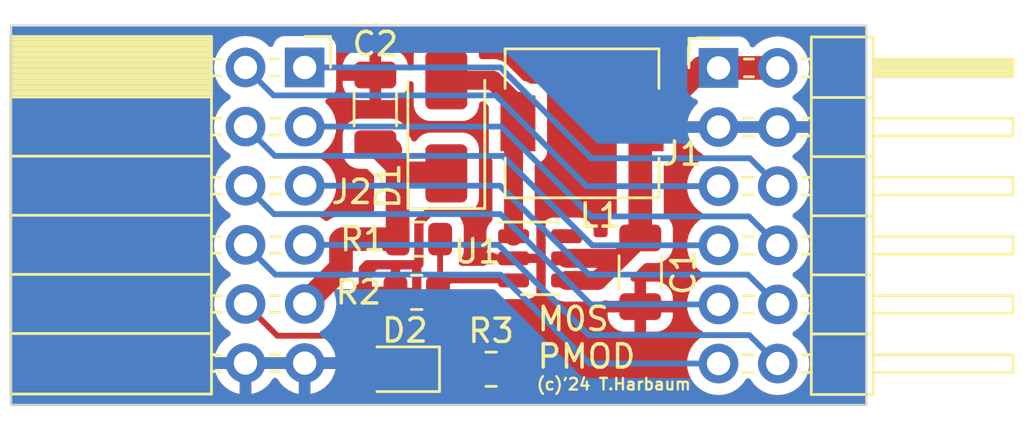
<source format=kicad_pcb>
(kicad_pcb (version 20221018) (generator pcbnew)
  (layers (0 "F.Cu" signal) (31 "B.Cu" signal) (34 "B.Paste" user) (35 "F.Paste" user) (36 "B.SilkS" user "B.Silkscreen") (37 "F.SilkS" user "F.Silkscreen") (38 "B.Mask" user) (39 "F.Mask" user) (44 "Edge.Cuts" user))
  (net 0 "")
  (net 1 "GND")
  (net 2 "+3.3V")
  (net 3 "Net-(D1-A)")
  (net 4 "/IO16")
  (net 5 "/IO17")
  (net 6 "/IO14")
  (net 7 "/IO15")
  (net 8 "/IO12")
  (net 9 "/IO13")
  (net 10 "/IO10")
  (net 11 "/IO11")
  (net 12 "+5V")
  (net 13 "Net-(D2-K)")
  (net 14 "Net-(D2-A)")
  (net 15 "Net-(U1-FBK)")
  (footprint "LED_SMD:LED_0805_2012Metric" (layer "F.Cu") (at 114.1 80.264 180)
    (fp_text reference "D2" (at -0.2 1.668) (layer "F.SilkS"))
    (fp_text value "green")
    (fp_line (start -1.685 -0.96) (end -1.685 0.96) (stroke (width 0.12)) (layer "F.SilkS"))
    (fp_line (start -1.685 0.96) (end 1 0.96) (stroke (width 0.12)) (layer "F.SilkS"))
    (fp_line (start 1 -0.96) (end -1.685 -0.96) (stroke (width 0.12)) (layer "F.SilkS"))
    (pad "1" smd roundrect (at -0.9375 0 180) (size 0.975 1.4) (layers "F.Cu" "F.Paste" "F.Mask") (net 13 "Net-(D2-K)"))
    (pad "2" smd roundrect (at 0.9375 0 180) (size 0.975 1.4) (layers "F.Cu" "F.Paste" "F.Mask") (net 14 "Net-(D2-A)"))
  )
  (footprint "Resistor_SMD:R_0805_2012Metric" (layer "F.Cu") (at 114.808 76.962 180)
    (fp_text reference "R2" (at 2.5 0) (layer "F.SilkS"))
    (fp_text value "3k")
    (fp_line (start -0.227064 -0.735) (end 0.227064 -0.735) (stroke (width 0.12)) (layer "F.SilkS"))
    (fp_line (start -0.227064 0.735) (end 0.227064 0.735) (stroke (width 0.12)) (layer "F.SilkS"))
    (pad "1" smd roundrect (at -0.9125 0 180) (size 1.025 1.4) (layers "F.Cu" "F.Paste" "F.Mask") (roundrect_rratio 0.243902439) (net 15 "Net-(U1-FBK)"))
    (pad "2" smd roundrect (at 0.9125 0 180) (size 1.025 1.4) (layers "F.Cu" "F.Paste" "F.Mask") (roundrect_rratio 0.243902439) (net 1 "GND"))
  )
  (footprint "Connector_PinHeader_2.54mm:PinHeader_2x06_P2.54mm_Horizontal" (layer "F.Cu") (at 127.76 67.32)
    (fp_text reference "J1" (at -1.56 3.68) (layer "F.SilkS"))
    (fp_text value "PMOD")
    (fp_line (start -1.27 -1.27) (end 0 -1.27) (stroke (width 0.12)) (layer "F.SilkS"))
    (fp_line (start -1.27 0) (end -1.27 -1.27) (stroke (width 0.12)) (layer "F.SilkS"))
    (fp_line (start 1.042929 2.16) (end 1.497071 2.16) (stroke (width 0.12)) (layer "F.SilkS"))
    (fp_line (start 1.042929 2.92) (end 1.497071 2.92) (stroke (width 0.12)) (layer "F.SilkS"))
    (fp_line (start 1.042929 4.7) (end 1.497071 4.7) (stroke (width 0.12)) (layer "F.SilkS"))
    (fp_line (start 1.042929 5.46) (end 1.497071 5.46) (stroke (width 0.12)) (layer "F.SilkS"))
    (fp_line (start 1.042929 7.24) (end 1.497071 7.24) (stroke (width 0.12)) (layer "F.SilkS"))
    (fp_line (start 1.042929 8) (end 1.497071 8) (stroke (width 0.12)) (layer "F.SilkS"))
    (fp_line (start 1.042929 9.78) (end 1.497071 9.78) (stroke (width 0.12)) (layer "F.SilkS"))
    (fp_line (start 1.042929 10.54) (end 1.497071 10.54) (stroke (width 0.12)) (layer "F.SilkS"))
    (fp_line (start 1.042929 12.32) (end 1.497071 12.32) (stroke (width 0.12)) (layer "F.SilkS"))
    (fp_line (start 1.042929 13.08) (end 1.497071 13.08) (stroke (width 0.12)) (layer "F.SilkS"))
    (fp_line (start 1.11 -0.38) (end 1.497071 -0.38) (stroke (width 0.12)) (layer "F.SilkS"))
    (fp_line (start 1.11 0.38) (end 1.497071 0.38) (stroke (width 0.12)) (layer "F.SilkS"))
    (fp_line (start 3.582929 -0.38) (end 3.98 -0.38) (stroke (width 0.12)) (layer "F.SilkS"))
    (fp_line (start 3.582929 0.38) (end 3.98 0.38) (stroke (width 0.12)) (layer "F.SilkS"))
    (fp_line (start 3.582929 2.16) (end 3.98 2.16) (stroke (width 0.12)) (layer "F.SilkS"))
    (fp_line (start 3.582929 2.92) (end 3.98 2.92) (stroke (width 0.12)) (layer "F.SilkS"))
    (fp_line (start 3.582929 4.7) (end 3.98 4.7) (stroke (width 0.12)) (layer "F.SilkS"))
    (fp_line (start 3.582929 5.46) (end 3.98 5.46) (stroke (width 0.12)) (layer "F.SilkS"))
    (fp_line (start 3.582929 7.24) (end 3.98 7.24) (stroke (width 0.12)) (layer "F.SilkS"))
    (fp_line (start 3.582929 8) (end 3.98 8) (stroke (width 0.12)) (layer "F.SilkS"))
    (fp_line (start 3.582929 9.78) (end 3.98 9.78) (stroke (width 0.12)) (layer "F.SilkS"))
    (fp_line (start 3.582929 10.54) (end 3.98 10.54) (stroke (width 0.12)) (layer "F.SilkS"))
    (fp_line (start 3.582929 12.32) (end 3.98 12.32) (stroke (width 0.12)) (layer "F.SilkS"))
    (fp_line (start 3.582929 13.08) (end 3.98 13.08) (stroke (width 0.12)) (layer "F.SilkS"))
    (fp_line (start 3.98 -1.33) (end 3.98 14.03) (stroke (width 0.12)) (layer "F.SilkS"))
    (fp_line (start 3.98 1.27) (end 6.64 1.27) (stroke (width 0.12)) (layer "F.SilkS"))
    (fp_line (start 3.98 3.81) (end 6.64 3.81) (stroke (width 0.12)) (layer "F.SilkS"))
    (fp_line (start 3.98 6.35) (end 6.64 6.35) (stroke (width 0.12)) (layer "F.SilkS"))
    (fp_line (start 3.98 8.89) (end 6.64 8.89) (stroke (width 0.12)) (layer "F.SilkS"))
    (fp_line (start 3.98 11.43) (end 6.64 11.43) (stroke (width 0.12)) (layer "F.SilkS"))
    (fp_line (start 3.98 14.03) (end 6.64 14.03) (stroke (width 0.12)) (layer "F.SilkS"))
    (fp_line (start 6.64 -1.33) (end 3.98 -1.33) (stroke (width 0.12)) (layer "F.SilkS"))
    (fp_line (start 6.64 -0.38) (end 12.64 -0.38) (stroke (width 0.12)) (layer "F.SilkS"))
    (fp_line (start 6.64 -0.32) (end 12.64 -0.32) (stroke (width 0.12)) (layer "F.SilkS"))
    (fp_line (start 6.64 -0.2) (end 12.64 -0.2) (stroke (width 0.12)) (layer "F.SilkS"))
    (fp_line (start 6.64 -0.08) (end 12.64 -0.08) (stroke (width 0.12)) (layer "F.SilkS"))
    (fp_line (start 6.64 0.04) (end 12.64 0.04) (stroke (width 0.12)) (layer "F.SilkS"))
    (fp_line (start 6.64 0.16) (end 12.64 0.16) (stroke (width 0.12)) (layer "F.SilkS"))
    (fp_line (start 6.64 0.28) (end 12.64 0.28) (stroke (width 0.12)) (layer "F.SilkS"))
    (fp_line (start 6.64 2.16) (end 12.64 2.16) (stroke (width 0.12)) (layer "F.SilkS"))
    (fp_line (start 6.64 4.7) (end 12.64 4.7) (stroke (width 0.12)) (layer "F.SilkS"))
    (fp_line (start 6.64 7.24) (end 12.64 7.24) (stroke (width 0.12)) (layer "F.SilkS"))
    (fp_line (start 6.64 9.78) (end 12.64 9.78) (stroke (width 0.12)) (layer "F.SilkS"))
    (fp_line (start 6.64 12.32) (end 12.64 12.32) (stroke (width 0.12)) (layer "F.SilkS"))
    (fp_line (start 6.64 14.03) (end 6.64 -1.33) (stroke (width 0.12)) (layer "F.SilkS"))
    (fp_line (start 12.64 -0.38) (end 12.64 0.38) (stroke (width 0.12)) (layer "F.SilkS"))
    (fp_line (start 12.64 0.38) (end 6.64 0.38) (stroke (width 0.12)) (layer "F.SilkS"))
    (fp_line (start 12.64 2.16) (end 12.64 2.92) (stroke (width 0.12)) (layer "F.SilkS"))
    (fp_line (start 12.64 2.92) (end 6.64 2.92) (stroke (width 0.12)) (layer "F.SilkS"))
    (fp_line (start 12.64 4.7) (end 12.64 5.46) (stroke (width 0.12)) (layer "F.SilkS"))
    (fp_line (start 12.64 5.46) (end 6.64 5.46) (stroke (width 0.12)) (layer "F.SilkS"))
    (fp_line (start 12.64 7.24) (end 12.64 8) (stroke (width 0.12)) (layer "F.SilkS"))
    (fp_line (start 12.64 8) (end 6.64 8) (stroke (width 0.12)) (layer "F.SilkS"))
    (fp_line (start 12.64 9.78) (end 12.64 10.54) (stroke (width 0.12)) (layer "F.SilkS"))
    (fp_line (start 12.64 10.54) (end 6.64 10.54) (stroke (width 0.12)) (layer "F.SilkS"))
    (fp_line (start 12.64 12.32) (end 12.64 13.08) (stroke (width 0.12)) (layer "F.SilkS"))
    (fp_line (start 12.64 13.08) (end 6.64 13.08) (stroke (width 0.12)) (layer "F.SilkS"))
    (pad "1" thru_hole rect (at 0 0) (size 1.7 1.7) (drill 1) (layers "*.Cu" "*.Mask") (net 2 "+3.3V"))
    (pad "2" thru_hole oval (at 2.54 0) (size 1.7 1.7) (drill 1) (layers "*.Cu" "*.Mask") (net 2 "+3.3V"))
    (pad "3" thru_hole oval (at 0 2.54) (size 1.7 1.7) (drill 1) (layers "*.Cu" "*.Mask") (net 1 "GND"))
    (pad "4" thru_hole oval (at 2.54 2.54) (size 1.7 1.7) (drill 1) (layers "*.Cu" "*.Mask") (net 1 "GND"))
    (pad "5" thru_hole oval (at 0 5.08) (size 1.7 1.7) (drill 1) (layers "*.Cu" "*.Mask") (net 5 "/IO17"))
    (pad "6" thru_hole oval (at 2.54 5.08) (size 1.7 1.7) (drill 1) (layers "*.Cu" "*.Mask") (net 4 "/IO16"))
    (pad "7" thru_hole oval (at 0 7.62) (size 1.7 1.7) (drill 1) (layers "*.Cu" "*.Mask") (net 7 "/IO15"))
    (pad "8" thru_hole oval (at 2.54 7.62) (size 1.7 1.7) (drill 1) (layers "*.Cu" "*.Mask") (net 6 "/IO14"))
    (pad "9" thru_hole oval (at 0 10.16) (size 1.7 1.7) (drill 1) (layers "*.Cu" "*.Mask") (net 9 "/IO13"))
    (pad "10" thru_hole oval (at 2.54 10.16) (size 1.7 1.7) (drill 1) (layers "*.Cu" "*.Mask") (net 8 "/IO12"))
    (pad "11" thru_hole oval (at 0 12.7) (size 1.7 1.7) (drill 1) (layers "*.Cu" "*.Mask") (net 11 "/IO11"))
    (pad "12" thru_hole oval (at 2.54 12.7) (size 1.7 1.7) (drill 1) (layers "*.Cu" "*.Mask") (net 10 "/IO10"))
  )
  (footprint "Resistor_SMD:R_0805_2012Metric" (layer "F.Cu") (at 118 80.264)
    (fp_text reference "R3" (at 0 -1.65) (layer "F.SilkS"))
    (fp_text value "560")
    (fp_line (start -0.227064 -0.735) (end 0.227064 -0.735) (stroke (width 0.12)) (layer "F.SilkS"))
    (fp_line (start -0.227064 0.735) (end 0.227064 0.735) (stroke (width 0.12)) (layer "F.SilkS"))
    (pad "1" smd roundrect (at -0.9125 0) (size 1.025 1.4) (layers "F.Cu" "F.Paste" "F.Mask") (roundrect_rratio 0.243902439) (net 13 "Net-(D2-K)"))
    (pad "2" smd roundrect (at 0.9125 0) (size 1.025 1.4) (layers "F.Cu" "F.Paste" "F.Mask") (roundrect_rratio 0.243902439) (net 1 "GND"))
  )
  (footprint "Inductor_SMD:L_6.3x6.3_H3" (layer "F.Cu") (at 121.9 69.7 180)
    (fp_text reference "L1" (at -0.782 -3.96) (layer "F.SilkS"))
    (fp_text value "4.7uH")
    (fp_line (start -3.3 -3.2) (end 3.3 -3.2) (stroke (width 0.12)) (layer "F.SilkS"))
    (fp_line (start -3.3 -1.5) (end -3.3 -3.2) (stroke (width 0.12)) (layer "F.SilkS"))
    (fp_line (start -3.3 3.2) (end -3.3 1.5) (stroke (width 0.12)) (layer "F.SilkS"))
    (fp_line (start 3.3 -3.2) (end 3.3 -1.5) (stroke (width 0.12)) (layer "F.SilkS"))
    (fp_line (start 3.3 1.5) (end 3.3 3.2) (stroke (width 0.12)) (layer "F.SilkS"))
    (fp_line (start 3.3 3.2) (end -3.3 3.2) (stroke (width 0.12)) (layer "F.SilkS"))
    (pad "1" smd rect (at -2.75 0 180) (size 1.5 2.4) (layers "F.Cu" "F.Paste" "F.Mask") (net 2 "+3.3V"))
    (pad "2" smd rect (at 2.75 0 180) (size 1.5 2.4) (layers "F.Cu" "F.Paste" "F.Mask") (net 3 "Net-(D1-A)"))
  )
  (footprint "Resistor_SMD:R_0805_2012Metric" (layer "F.Cu") (at 114.9 74.676)
    (fp_text reference "R1" (at -2.4 0) (layer "F.SilkS"))
    (fp_text value "22k")
    (fp_line (start -0.227064 -0.735) (end 0.227064 -0.735) (stroke (width 0.12)) (layer "F.SilkS"))
    (fp_line (start -0.227064 0.735) (end 0.227064 0.735) (stroke (width 0.12)) (layer "F.SilkS"))
    (pad "1" smd roundrect (at -0.9125 0) (size 1.025 1.4) (layers "F.Cu" "F.Paste" "F.Mask") (roundrect_rratio 0.243902439) (net 12 "+5V"))
    (pad "2" smd roundrect (at 0.9125 0) (size 1.025 1.4) (layers "F.Cu" "F.Paste" "F.Mask") (roundrect_rratio 0.243902439) (net 15 "Net-(U1-FBK)"))
  )
  (footprint "Capacitor_SMD:C_1206_3216Metric" (layer "F.Cu") (at 113.03 69.1 90)
    (fp_text reference "C2" (at 2.806 0 180) (layer "F.SilkS"))
    (fp_text value "22uF")
    (fp_line (start -0.711252 -0.91) (end 0.711252 -0.91) (stroke (width 0.12)) (layer "F.SilkS"))
    (fp_line (start -0.711252 0.91) (end 0.711252 0.91) (stroke (width 0.12)) (layer "F.SilkS"))
    (pad "1" smd roundrect (at -1.475 0 90) (size 1.15 1.8) (layers "F.Cu" "F.Paste" "F.Mask") (roundrect_rratio 0.2173913043) (net 12 "+5V"))
    (pad "2" smd roundrect (at 1.475 0 90) (size 1.15 1.8) (layers "F.Cu" "F.Paste" "F.Mask") (roundrect_rratio 0.2173913043) (net 1 "GND"))
  )
  (footprint "Package_TO_SOT_SMD:SOT-23-6" (layer "F.Cu") (at 120.1 75.5)
    (fp_text reference "U1" (at -2.7 -0.3) (layer "F.SilkS"))
    (fp_text value "EA2208")
    (fp_line (start 0 -1.56) (end -1.8 -1.56) (stroke (width 0.12)) (layer "F.SilkS"))
    (fp_line (start 0 -1.56) (end 0.8 -1.56) (stroke (width 0.12)) (layer "F.SilkS"))
    (fp_line (start 0 1.56) (end -0.8 1.56) (stroke (width 0.12)) (layer "F.SilkS"))
    (fp_line (start 0 1.56) (end 0.8 1.56) (stroke (width 0.12)) (layer "F.SilkS"))
    (pad "1" smd roundrect (at -1.1375 -0.95) (size 1.325 0.6) (layers "F.Cu" "F.Paste" "F.Mask") (net 3 "Net-(D1-A)"))
    (pad "2" smd roundrect (at -1.1375 0) (size 1.325 0.6) (layers "F.Cu" "F.Paste" "F.Mask") (net 1 "GND"))
    (pad "3" smd roundrect (at -1.1375 0.95) (size 1.325 0.6) (layers "F.Cu" "F.Paste" "F.Mask") (net 15 "Net-(U1-FBK)"))
    (pad "4" smd roundrect (at 1.1375 0.95) (size 1.325 0.6) (layers "F.Cu" "F.Paste" "F.Mask") (net 2 "+3.3V"))
    (pad "5" smd roundrect (at 1.1375 0) (size 1.325 0.6) (layers "F.Cu" "F.Paste" "F.Mask") (net 2 "+3.3V"))
    (pad "6" smd roundrect (at 1.1375 -0.95) (size 1.325 0.6) (layers "F.Cu" "F.Paste" "F.Mask"))
  )
  (footprint "Capacitor_SMD:C_1206_3216Metric" (layer "F.Cu") (at 124.4 76.1 -90)
    (fp_text reference "C1" (at 0 -1.85 90) (layer "F.SilkS"))
    (fp_text value "22uF")
    (fp_line (start -0.711252 -0.91) (end 0.711252 -0.91) (stroke (width 0.12)) (layer "F.SilkS"))
    (fp_line (start -0.711252 0.91) (end 0.711252 0.91) (stroke (width 0.12)) (layer "F.SilkS"))
    (pad "1" smd roundrect (at -1.475 0 270) (size 1.15 1.8) (layers "F.Cu" "F.Paste" "F.Mask") (roundrect_rratio 0.2173913043) (net 2 "+3.3V"))
    (pad "2" smd roundrect (at 1.475 0 270) (size 1.15 1.8) (layers "F.Cu" "F.Paste" "F.Mask") (roundrect_rratio 0.2173913043) (net 1 "GND"))
  )
  (footprint "Connector_PinSocket_2.54mm:PinSocket_2x06_P2.54mm_Horizontal" (layer "F.Cu") (at 110 67.3)
    (fp_text reference "J2" (at 2.014 5.344) (layer "F.SilkS"))
    (fp_text value "M0S")
    (fp_line (start -12.63 -1.33) (end -12.63 14.03) (stroke (width 0.12)) (layer "F.SilkS"))
    (fp_line (start -12.63 -1.33) (end -4 -1.33) (stroke (width 0.12)) (layer "F.SilkS"))
    (fp_line (start -12.63 -1.21) (end -4 -1.21) (stroke (width 0.12)) (layer "F.SilkS"))
    (fp_line (start -12.63 -1.091905) (end -4 -1.091905) (stroke (width 0.12)) (layer "F.SilkS"))
    (fp_line (start -12.63 -0.97381) (end -4 -0.97381) (stroke (width 0.12)) (layer "F.SilkS"))
    (fp_line (start -12.63 -0.855715) (end -4 -0.855715) (stroke (width 0.12)) (layer "F.SilkS"))
    (fp_line (start -12.63 -0.73762) (end -4 -0.73762) (stroke (width 0.12)) (layer "F.SilkS"))
    (fp_line (start -12.63 -0.619525) (end -4 -0.619525) (stroke (width 0.12)) (layer "F.SilkS"))
    (fp_line (start -12.63 -0.50143) (end -4 -0.50143) (stroke (width 0.12)) (layer "F.SilkS"))
    (fp_line (start -12.63 -0.383335) (end -4 -0.383335) (stroke (width 0.12)) (layer "F.SilkS"))
    (fp_line (start -12.63 -0.26524) (end -4 -0.26524) (stroke (width 0.12)) (layer "F.SilkS"))
    (fp_line (start -12.63 -0.147145) (end -4 -0.147145) (stroke (width 0.12)) (layer "F.SilkS"))
    (fp_line (start -12.63 -0.02905) (end -4 -0.02905) (stroke (width 0.12)) (layer "F.SilkS"))
    (fp_line (start -12.63 0.089045) (end -4 0.089045) (stroke (width 0.12)) (layer "F.SilkS"))
    (fp_line (start -12.63 0.20714) (end -4 0.20714) (stroke (width 0.12)) (layer "F.SilkS"))
    (fp_line (start -12.63 0.325235) (end -4 0.325235) (stroke (width 0.12)) (layer "F.SilkS"))
    (fp_line (start -12.63 0.44333) (end -4 0.44333) (stroke (width 0.12)) (layer "F.SilkS"))
    (fp_line (start -12.63 0.561425) (end -4 0.561425) (stroke (width 0.12)) (layer "F.SilkS"))
    (fp_line (start -12.63 0.67952) (end -4 0.67952) (stroke (width 0.12)) (layer "F.SilkS"))
    (fp_line (start -12.63 0.797615) (end -4 0.797615) (stroke (width 0.12)) (layer "F.SilkS"))
    (fp_line (start -12.63 0.91571) (end -4 0.91571) (stroke (width 0.12)) (layer "F.SilkS"))
    (fp_line (start -12.63 1.033805) (end -4 1.033805) (stroke (width 0.12)) (layer "F.SilkS"))
    (fp_line (start -12.63 1.1519) (end -4 1.1519) (stroke (width 0.12)) (layer "F.SilkS"))
    (fp_line (start -12.63 1.27) (end -4 1.27) (stroke (width 0.12)) (layer "F.SilkS"))
    (fp_line (start -12.63 3.81) (end -4 3.81) (stroke (width 0.12)) (layer "F.SilkS"))
    (fp_line (start -12.63 6.35) (end -4 6.35) (stroke (width 0.12)) (layer "F.SilkS"))
    (fp_line (start -12.63 8.89) (end -4 8.89) (stroke (width 0.12)) (layer "F.SilkS"))
    (fp_line (start -12.63 11.43) (end -4 11.43) (stroke (width 0.12)) (layer "F.SilkS"))
    (fp_line (start -12.63 14.03) (end -4 14.03) (stroke (width 0.12)) (layer "F.SilkS"))
    (fp_line (start -4 -1.33) (end -4 14.03) (stroke (width 0.12)) (layer "F.SilkS"))
    (fp_line (start -4 -0.36) (end -3.59 -0.36) (stroke (width 0.12)) (layer "F.SilkS"))
    (fp_line (start -4 0.36) (end -3.59 0.36) (stroke (width 0.12)) (layer "F.SilkS"))
    (fp_line (start -4 2.18) (end -3.59 2.18) (stroke (width 0.12)) (layer "F.SilkS"))
    (fp_line (start -4 2.9) (end -3.59 2.9) (stroke (width 0.12)) (layer "F.SilkS"))
    (fp_line (start -4 4.72) (end -3.59 4.72) (stroke (width 0.12)) (layer "F.SilkS"))
    (fp_line (start -4 5.44) (end -3.59 5.44) (stroke (width 0.12)) (layer "F.SilkS"))
    (fp_line (start -4 7.26) (end -3.59 7.26) (stroke (width 0.12)) (layer "F.SilkS"))
    (fp_line (start -4 7.98) (end -3.59 7.98) (stroke (width 0.12)) (layer "F.SilkS"))
    (fp_line (start -4 9.8) (end -3.59 9.8) (stroke (width 0.12)) (layer "F.SilkS"))
    (fp_line (start -4 10.52) (end -3.59 10.52) (stroke (width 0.12)) (layer "F.SilkS"))
    (fp_line (start -4 12.34) (end -3.59 12.34) (stroke (width 0.12)) (layer "F.SilkS"))
    (fp_line (start -4 13.06) (end -3.59 13.06) (stroke (width 0.12)) (layer "F.SilkS"))
    (fp_line (start -1.49 -0.36) (end -1.11 -0.36) (stroke (width 0.12)) (layer "F.SilkS"))
    (fp_line (start -1.49 0.36) (end -1.11 0.36) (stroke (width 0.12)) (layer "F.SilkS"))
    (fp_line (start -1.49 2.18) (end -1.05 2.18) (stroke (width 0.12)) (layer "F.SilkS"))
    (fp_line (start -1.49 2.9) (end -1.05 2.9) (stroke (width 0.12)) (layer "F.SilkS"))
    (fp_line (start -1.49 4.72) (end -1.05 4.72) (stroke (width 0.12)) (layer "F.SilkS"))
    (fp_line (start -1.49 5.44) (end -1.05 5.44) (stroke (width 0.12)) (layer "F.SilkS"))
    (fp_line (start -1.49 7.26) (end -1.05 7.26) (stroke (width 0.12)) (layer "F.SilkS"))
    (fp_line (start -1.49 7.98) (end -1.05 7.98) (stroke (width 0.12)) (layer "F.SilkS"))
    (fp_line (start -1.49 9.8) (end -1.05 9.8) (stroke (width 0.12)) (layer "F.SilkS"))
    (fp_line (start -1.49 10.52) (end -1.05 10.52) (stroke (width 0.12)) (layer "F.SilkS"))
    (fp_line (start -1.49 12.34) (end -1.05 12.34) (stroke (width 0.12)) (layer "F.SilkS"))
    (fp_line (start -1.49 13.06) (end -1.05 13.06) (stroke (width 0.12)) (layer "F.SilkS"))
    (fp_line (start 0 -1.33) (end 1.11 -1.33) (stroke (width 0.12)) (layer "F.SilkS"))
    (fp_line (start 1.11 -1.33) (end 1.11 0) (stroke (width 0.12)) (layer "F.SilkS"))
    (pad "1" thru_hole rect (at 0 0) (size 1.7 1.7) (drill 1) (layers "*.Cu" "*.Mask") (net 4 "/IO16"))
    (pad "2" thru_hole oval (at -2.54 0) (size 1.7 1.7) (drill 1) (layers "*.Cu" "*.Mask") (net 5 "/IO17"))
    (pad "3" thru_hole oval (at 0 2.54) (size 1.7 1.7) (drill 1) (layers "*.Cu" "*.Mask") (net 6 "/IO14"))
    (pad "4" thru_hole oval (at -2.54 2.54) (size 1.7 1.7) (drill 1) (layers "*.Cu" "*.Mask") (net 7 "/IO15"))
    (pad "5" thru_hole oval (at 0 5.08) (size 1.7 1.7) (drill 1) (layers "*.Cu" "*.Mask") (net 8 "/IO12"))
    (pad "6" thru_hole oval (at -2.54 5.08) (size 1.7 1.7) (drill 1) (layers "*.Cu" "*.Mask") (net 9 "/IO13"))
    (pad "7" thru_hole oval (at 0 7.62) (size 1.7 1.7) (drill 1) (layers "*.Cu" "*.Mask") (net 10 "/IO10"))
    (pad "8" thru_hole oval (at -2.54 7.62) (size 1.7 1.7) (drill 1) (layers "*.Cu" "*.Mask") (net 11 "/IO11"))
    (pad "9" thru_hole oval (at 0 10.16) (size 1.7 1.7) (drill 1) (layers "*.Cu" "*.Mask") (net 12 "+5V"))
    (pad "10" thru_hole oval (at -2.54 10.16) (size 1.7 1.7) (drill 1) (layers "*.Cu" "*.Mask") (net 14 "Net-(D2-A)"))
    (pad "11" thru_hole oval (at 0 12.7) (size 1.7 1.7) (drill 1) (layers "*.Cu" "*.Mask") (net 1 "GND"))
    (pad "12" thru_hole oval (at -2.54 12.7) (size 1.7 1.7) (drill 1) (layers "*.Cu" "*.Mask") (net 1 "GND"))
  )
  (footprint "Diode_SMD:D_SMA" (layer "F.Cu") (at 116.078 69.85 90)
    (fp_text reference "D1" (at -2.54 -2.5 90) (layer "F.SilkS"))
    (fp_text value "MBRA340")
    (fp_line (start -3.51 -1.65) (end -3.51 1.65) (stroke (width 0.12)) (layer "F.SilkS"))
    (fp_line (start -3.51 -1.65) (end 2 -1.65) (stroke (width 0.12)) (layer "F.SilkS"))
    (fp_line (start -3.51 1.65) (end 2 1.65) (stroke (width 0.12)) (layer "F.SilkS"))
    (pad "1" smd roundrect (at -2 0 90) (size 2.5 1.8) (layers "F.Cu" "F.Paste" "F.Mask") (roundrect_rratio 0.1388888889) (net 12 "+5V"))
    (pad "2" smd roundrect (at 2 0 90) (size 2.5 1.8) (layers "F.Cu" "F.Paste" "F.Mask") (roundrect_rratio 0.1388888889) (net 3 "Net-(D1-A)"))
  )
  (gr_rect (start 97.4 65.5) (end 134.1 81.8) (stroke (width 0.1)) (fill none) (layer "Edge.Cuts"))
  (gr_text "M0S\nPMOD" (at 119.9 80.3) (layer "F.SilkS") (effects (font (size 1 1)) (justify left bottom)))
  (gr_text "(c)'24 T.Harbaum" (at 119.9 81.2) (layer "F.SilkS") (effects (font (size 0.5 0.5) (thickness 0.1) bold) (justify left bottom)))
  (segment (start 120.08 75.5) (end 120.142 75.438) (width 0.25) (layer "F.Cu") (net 1))
  (segment (start 114.808 76.962) (end 114.808 75.784) (width 0.4) (layer "F.Cu") (net 1))
  (segment (start 117.339 73.651) (end 117.348 73.66) (width 0.25) (layer "F.Cu") (net 1))
  (segment (start 114.808 75.784) (end 114.9 75.692) (width 0.4) (layer "F.Cu") (net 1))
  (segment (start 113.8955 76.962) (end 113.8955 75.9265) (width 0.4) (layer "F.Cu") (net 1))
  (segment (start 114.046 75.776) (end 112.692 75.776) (width 0.4) (layer "F.Cu") (net 1))
  (segment (start 112.522 75.946) (end 112.522 76.708) (width 0.4) (layer "F.Cu") (net 1))
  (segment (start 118.9625 75.5) (end 120.08 75.5) (width 0.4) (layer "F.Cu") (net 1))
  (segment (start 114.9 73.949834) (end 115.349834 73.5) (width 0.4) (layer "F.Cu") (net 1))
  (segment (start 120.142 75.438) (end 120.142 77.724) (width 0.4) (layer "F.Cu") (net 1))
  (segment (start 120.142 75.438) (end 120.142 73.152) (width 0.4) (layer "F.Cu") (net 1))
  (segment (start 113.8955 75.9265) (end 114.046 75.776) (width 0.4) (layer "F.Cu") (net 1))
  (segment (start 112.522 76.708) (end 112.014 77.216) (width 0.4) (layer "F.Cu") (net 1))
  (segment (start 117.188 73.5) (end 117.348 73.66) (width 0.4) (layer "F.Cu") (net 1))
  (segment (start 113.8955 76.962) (end 114.808 76.962) (width 0.4) (layer "F.Cu") (net 1))
  (segment (start 114.816 75.776) (end 114.046 75.776) (width 0.4) (layer "F.Cu") (net 1))
  (segment (start 114.9 75.692) (end 114.816 75.776) (width 0.4) (layer "F.Cu") (net 1))
  (segment (start 115.349834 73.5) (end 117.188 73.5) (width 0.4) (layer "F.Cu") (net 1))
  (segment (start 114.9 75.692) (end 114.9 73.949834) (width 0.4) (layer "F.Cu") (net 1))
  (segment (start 112.692 75.776) (end 112.522 75.946) (width 0.4) (layer "F.Cu") (net 1))
  (segment (start 124.4 74.625) (end 124.4 69.95) (width 1.016) (layer "F.Cu") (net 2))
  (segment (start 127.76 67.32) (end 130.3 67.32) (width 1.016) (layer "F.Cu") (net 2))
  (segment (start 121.2375 76.45) (end 122.575 76.45) (width 0.8128) (layer "F.Cu") (net 2))
  (segment (start 121.2375 75.5) (end 123.525 75.5) (width 0.8128) (layer "F.Cu") (net 2))
  (segment (start 122.575 76.45) (end 124.4 74.625) (width 0.8128) (layer "F.Cu") (net 2))
  (segment (start 123.525 75.5) (end 124.4 74.625) (width 0.8128) (layer "F.Cu") (net 2))
  (segment (start 127.03 67.32) (end 124.65 69.7) (width 1.016) (layer "F.Cu") (net 2))
  (segment (start 127.76 67.32) (end 127.03 67.32) (width 1.016) (layer "F.Cu") (net 2))
  (segment (start 124.4 69.95) (end 124.65 69.7) (width 1.016) (layer "F.Cu") (net 2))
  (segment (start 118.9625 74.55) (end 118.9625 69.8875) (width 0.8128) (layer "F.Cu") (net 3))
  (segment (start 119.15 69.7) (end 119.15 68.85) (width 1.016) (layer "F.Cu") (net 3))
  (segment (start 119.15 69.7) (end 119.15 68.922) (width 0.8128) (layer "F.Cu") (net 3))
  (segment (start 118.9625 69.8875) (end 119.15 69.7) (width 0.8128) (layer "F.Cu") (net 3))
  (segment (start 118.078 67.85) (end 116.078 67.85) (width 0.8128) (layer "F.Cu") (net 3))
  (segment (start 119.15 68.922) (end 118.078 67.85) (width 0.8128) (layer "F.Cu") (net 3))
  (segment (start 118.4 67.3) (end 122.3 71.2) (width 0.25) (layer "B.Cu") (net 4))
  (segment (start 110 67.3) (end 118.4 67.3) (width 0.25) (layer "B.Cu") (net 4))
  (segment (start 122.3 71.2) (end 129.1 71.2) (width 0.25) (layer "B.Cu") (net 4))
  (segment (start 129.1 71.2) (end 130.3 72.4) (width 0.25) (layer "B.Cu") (net 4))
  (segment (start 122.1 72.4) (end 127.76 72.4) (width 0.25) (layer "B.Cu") (net 5))
  (segment (start 118.2 68.5) (end 122.1 72.4) (width 0.25) (layer "B.Cu") (net 5))
  (segment (start 108.66 68.5) (end 118.2 68.5) (width 0.25) (layer "B.Cu") (net 5))
  (segment (start 107.46 67.3) (end 108.66 68.5) (width 0.25) (layer "B.Cu") (net 5))
  (segment (start 129.06 73.7) (end 130.3 74.94) (width 0.25) (layer "B.Cu") (net 6))
  (segment (start 118.44 69.84) (end 122.3 73.7) (width 0.25) (layer "B.Cu") (net 6))
  (segment (start 110 69.84) (end 118.44 69.84) (width 0.25) (layer "B.Cu") (net 6))
  (segment (start 122.3 73.7) (end 129.06 73.7) (width 0.25) (layer "B.Cu") (net 6))
  (segment (start 118.5 71.1) (end 122.34 74.94) (width 0.25) (layer "B.Cu") (net 7))
  (segment (start 122.34 74.94) (end 127.76 74.94) (width 0.25) (layer "B.Cu") (net 7))
  (segment (start 108.72 71.1) (end 118.5 71.1) (width 0.25) (layer "B.Cu") (net 7))
  (segment (start 107.46 69.84) (end 108.72 71.1) (width 0.25) (layer "B.Cu") (net 7))
  (segment (start 129.02 76.2) (end 130.3 77.48) (width 0.25) (layer "B.Cu") (net 8))
  (segment (start 118.38 72.38) (end 122.2 76.2) (width 0.25) (layer "B.Cu") (net 8))
  (segment (start 110 72.38) (end 118.38 72.38) (width 0.25) (layer "B.Cu") (net 8))
  (segment (start 122.2 76.2) (end 129.02 76.2) (width 0.25) (layer "B.Cu") (net 8))
  (segment (start 108.68 73.6) (end 118.4 73.6) (width 0.25) (layer "B.Cu") (net 9))
  (segment (start 107.46 72.38) (end 108.68 73.6) (width 0.25) (layer "B.Cu") (net 9))
  (segment (start 118.4 73.6) (end 122.28 77.48) (width 0.25) (layer "B.Cu") (net 9))
  (segment (start 122.28 77.48) (end 127.76 77.48) (width 0.25) (layer "B.Cu") (net 9))
  (segment (start 118.31 74.92) (end 122.19 78.8) (width 0.25) (layer "B.Cu") (net 10))
  (segment (start 122.19 78.8) (end 129.08 78.8) (width 0.25) (layer "B.Cu") (net 10))
  (segment (start 129.08 78.8) (end 130.3 80.02) (width 0.25) (layer "B.Cu") (net 10))
  (segment (start 110 74.92) (end 118.31 74.92) (width 0.25) (layer "B.Cu") (net 10))
  (segment (start 108.74 76.2) (end 118.4 76.2) (width 0.25) (layer "B.Cu") (net 11))
  (segment (start 118.4 76.2) (end 122.22 80.02) (width 0.25) (layer "B.Cu") (net 11))
  (segment (start 122.22 80.02) (end 127.76 80.02) (width 0.25) (layer "B.Cu") (net 11))
  (segment (start 107.46 74.92) (end 108.74 76.2) (width 0.25) (layer "B.Cu") (net 11))
  (segment (start 113.675 70.85) (end 113.4 70.575) (width 1.016) (layer "F.Cu") (net 12))
  (segment (start 114.0195 71.85) (end 113.9875 71.882) (width 1.016) (layer "F.Cu") (net 12))
  (segment (start 116.078 71.85) (end 114.0195 71.85) (width 1.016) (layer "F.Cu") (net 12))
  (segment (start 113.9875 71.882) (end 113.9875 71.5325) (width 1.016) (layer "F.Cu") (net 12))
  (segment (start 111.558 74.742) (end 111.624 74.676) (width 1.016) (layer "F.Cu") (net 12))
  (segment (start 113.9875 74.676) (end 113.9875 71.882) (width 1.016) (layer "F.Cu") (net 12))
  (segment (start 113.4 70.575) (end 113.03 70.575) (width 1.016) (layer "F.Cu") (net 12))
  (segment (start 113.9875 71.5325) (end 113.03 70.575) (width 1.016) (layer "F.Cu") (net 12))
  (segment (start 111.558 75.902) (end 111.558 74.742) (width 1.016) (layer "F.Cu") (net 12))
  (segment (start 110 77.46) (end 111.558 75.902) (width 1.016) (layer "F.Cu") (net 12))
  (segment (start 111.624 74.676) (end 113.9875 74.676) (width 1.016) (layer "F.Cu") (net 12))
  (segment (start 115.0375 80.264) (end 117.0875 80.264) (width 0.25) (layer "F.Cu") (net 13))
  (segment (start 111.7235 78.825) (end 108.825 78.825) (width 0.25) (layer "F.Cu") (net 14))
  (segment (start 113.1625 80.264) (end 111.7235 78.825) (width 0.25) (layer "F.Cu") (net 14))
  (segment (start 108.825 78.825) (end 107.46 77.46) (width 0.25) (layer "F.Cu") (net 14))
  (segment (start 115.7205 76.962) (end 115.8125 76.87) (width 0.25) (layer "F.Cu") (net 15))
  (segment (start 116.2325 76.45) (end 115.7205 76.962) (width 0.25) (layer "F.Cu") (net 15))
  (segment (start 115.8125 76.87) (end 115.8125 74.676) (width 0.25) (layer "F.Cu") (net 15))
  (segment (start 118.9625 76.45) (end 116.2325 76.45) (width 0.25) (layer "F.Cu") (net 15))
  (zone (net 1) (net_name "GND") (layers "F&B.Cu") (connect_pads (clearance 0.5)) (min_thickness 0.25) (fill yes (thermal_gap 0.5) (thermal_bridge_width 0.5))
    (polygon (pts (xy 134.1 65.5) (xy 134.1 81.8) (xy 97.4 81.8) (xy 97.4 65.5)))
  )
)
</source>
